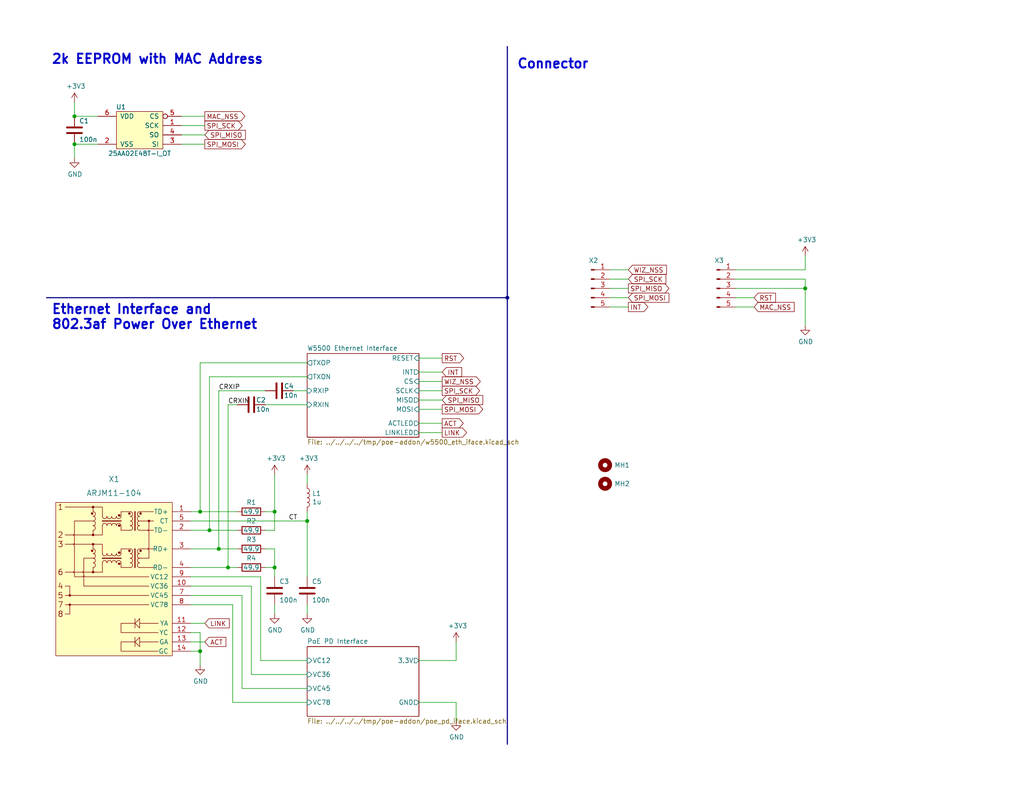
<source format=kicad_sch>
(kicad_sch (version 20230121) (generator eeschema)
  (paper "USLetter")
  (title_block (title "PoE Addon") (date "2022-06-26") (rev "1") (company "Alex Martens"))
  (lib_symbols
    (symbol "Connector:Conn_01x05_Male" (pin_names (offset 1.016) hide)
      (property "Reference" "J" (at 0 7.62 0))
      (property "Value" "Conn_01x05_Male" (at 0 -7.62 0))
      (symbol "Conn_01x05_Male_1_1"
        (polyline (pts (xy 1.27 -5.08) (xy 0.8636 -5.08)) (stroke (width 0.1524)))
        (polyline (pts (xy 1.27 -2.54) (xy 0.8636 -2.54)) (stroke (width 0.1524)))
        (polyline (pts (xy 1.27 0) (xy 0.8636 0)) (stroke (width 0.1524)))
        (polyline (pts (xy 1.27 2.54) (xy 0.8636 2.54)) (stroke (width 0.1524)))
        (polyline (pts (xy 1.27 5.08) (xy 0.8636 5.08)) (stroke (width 0.1524)))
        (rectangle (start 0.8636 -4.953) (end 0 -5.207) (stroke (width 0.1524)) (fill (type outline)))
        (rectangle (start 0.8636 -2.413) (end 0 -2.667) (stroke (width 0.1524)) (fill (type outline)))
        (rectangle (start 0.8636 0.127) (end 0 -0.127) (stroke (width 0.1524)) (fill (type outline)))
        (rectangle (start 0.8636 2.667) (end 0 2.413) (stroke (width 0.1524)) (fill (type outline)))
        (rectangle (start 0.8636 5.207) (end 0 4.953) (stroke (width 0.1524)) (fill (type outline)))
        (pin passive line (at 5.08 5.08 180) (length 3.81) (name "Pin_1") (number "1"))
        (pin passive line (at 5.08 2.54 180) (length 3.81) (name "Pin_2") (number "2"))
        (pin passive line (at 5.08 0 180) (length 3.81) (name "Pin_3") (number "3"))
        (pin passive line (at 5.08 -2.54 180) (length 3.81) (name "Pin_4") (number "4"))
        (pin passive line (at 5.08 -5.08 180) (length 3.81) (name "Pin_5") (number "5"))
      )
    )
    (symbol "Device:C" (pin_numbers hide) (pin_names (offset 0.254))
      (property "Reference" "C" (at 0.635 2.54 0))
      (property "Value" "C" (at 0.635 -2.54 0))
      (symbol "C_0_1"
        (polyline (pts (xy -2.032 -0.762) (xy 2.032 -0.762)) (stroke (width 0.508)))
        (polyline (pts (xy -2.032 0.762) (xy 2.032 0.762)) (stroke (width 0.508)))
      )
      (symbol "C_1_1"
        (pin passive line (at 0 3.81 270) (length 2.794) (name "~") (number "1"))
        (pin passive line (at 0 -3.81 90) (length 2.794) (name "~") (number "2"))
      )
    )
    (symbol "Device:L" (pin_numbers hide) (pin_names (offset 1.016) hide)
      (property "Reference" "L" (at -1.27 0 90))
      (property "Value" "L" (at 1.905 0 90))
      (symbol "L_0_1"
        (arc (start 0 -2.54) (mid 0.6323 -1.905) (end 0 -1.27))
        (arc (start 0 -1.27) (mid 0.6323 -0.635) (end 0 0))
        (arc (start 0 0) (mid 0.6323 0.635) (end 0 1.27))
        (arc (start 0 1.27) (mid 0.6323 1.905) (end 0 2.54))
      )
      (symbol "L_1_1"
        (pin passive line (at 0 3.81 270) (length 1.27) (name "1") (number "1"))
        (pin passive line (at 0 -3.81 90) (length 1.27) (name "2") (number "2"))
      )
    )
    (symbol "Device:R" (pin_numbers hide) (pin_names (offset 0))
      (property "Reference" "R" (at 2.032 0 90))
      (property "Value" "R" (at 0 0 90))
      (symbol "R_0_1"
        (rectangle (start -1.016 -2.54) (end 1.016 2.54) (stroke (width 0.254)))
      )
      (symbol "R_1_1"
        (pin passive line (at 0 3.81 270) (length 1.27) (name "~") (number "1"))
        (pin passive line (at 0 -3.81 90) (length 1.27) (name "~") (number "2"))
      )
    )
    (symbol "Mechanical:MountingHole" (pin_names (offset 1.016))
      (property "Reference" "H" (at 0 5.08 0))
      (property "Value" "MountingHole" (at 0 3.175 0))
      (symbol "MountingHole_0_1"
        (circle (center 0 0) (radius 1.27) (stroke (width 1.27)))
      )
    )
    (symbol "newam:25AA02E48T-I_OT" (pin_names (offset 1.016))
      (property "Reference" "U" (at -5.08 6.35 0))
      (property "Value" "25AA02E48T-I_OT" (at 0 -6.35 0))
      (symbol "25AA02E48T-I_OT_1_1"
        (rectangle (start -6.35 5.08) (end 6.35 -5.08) (fill (type background)))
        (pin input line (at 11.43 1.27 180) (length 5.08) (name "SCK") (number "1"))
        (pin power_in line (at -11.43 -3.81 0) (length 5.08) (name "VSS") (number "2"))
        (pin input line (at 11.43 -3.81 180) (length 5.08) (name "SI") (number "3"))
        (pin output line (at 11.43 -1.27 180) (length 5.08) (name "SO") (number "4"))
        (pin input inverted (at 11.43 3.81 180) (length 5.08) (name "CS") (number "5"))
        (pin power_in line (at -11.43 3.81 0) (length 5.08) (name "VDD") (number "6"))
      )
    )
    (symbol "newam:ARJM11-104" (pin_names (offset 1.016))
      (property "Reference" "X" (at -13.97 21.59 0))
      (property "Value" "ARJM11-104" (at 1.27 -24.13 0))
      (symbol "ARJM11-104_0_0"
        (rectangle (start -15.24 20.32) (end 16.51 -21.59) (fill (type background)))
        (circle (center -11.43 -5.08) (radius 0.254) (fill (type outline)))
        (text "1" (at -13.97 19.05 0) (effects (font (size 1.524 1.524))))
        (text "2" (at -13.97 11.43 0) (effects (font (size 1.524 1.524))))
        (text "3" (at -13.97 8.89 0) (effects (font (size 1.524 1.524))))
        (text "4" (at -13.97 -2.54 0) (effects (font (size 1.524 1.524))))
        (text "5" (at -13.97 -5.08 0) (effects (font (size 1.524 1.524))))
        (text "6" (at -13.97 1.27 0) (effects (font (size 1.524 1.524))))
        (text "7" (at -13.97 -7.62 0) (effects (font (size 1.524 1.524))))
        (text "8" (at -13.97 -10.16 0) (effects (font (size 1.524 1.524))))
      )
      (symbol "ARJM11-104_0_1"
        (circle (center -11.43 -7.62) (radius 0.254) (fill (type outline)))
        (arc (start -10.16 1.524) (mid -10.4129 1.27) (end -10.16 1.016))
        (arc (start -10.16 9.144) (mid -10.4129 8.89) (end -10.16 8.636))
        (arc (start -10.16 11.684) (mid -10.4129 11.43) (end -10.16 11.176))
        (arc (start -7.62 1.524) (mid -7.8729 1.27) (end -7.62 1.016))
        (arc (start -7.366 0) (mid -7.62 0.2529) (end -7.874 0))
        (circle (center -5.334 7.112) (radius 0.254) (fill (type outline)))
        (circle (center -5.334 17.272) (radius 0.254) (fill (type outline)))
        (circle (center -5.08 1.27) (radius 0.254) (fill (type outline)))
        (arc (start -5.08 2.54) (mid -4.4477 3.175) (end -5.08 3.81))
        (arc (start -5.08 3.81) (mid -4.4477 4.445) (end -5.08 5.08))
        (arc (start -5.08 5.08) (mid -4.4477 5.715) (end -5.08 6.35))
        (arc (start -5.08 6.35) (mid -4.4477 6.985) (end -5.08 7.62))
        (circle (center -5.08 8.89) (radius 0.254) (fill (type outline)))
        (circle (center -5.08 11.43) (radius 0.254) (fill (type outline)))
        (arc (start -5.08 12.7) (mid -4.4477 13.335) (end -5.08 13.97))
        (arc (start -5.08 13.97) (mid -4.4477 14.605) (end -5.08 15.24))
        (arc (start -5.08 15.24) (mid -4.4477 15.875) (end -5.08 16.51))
        (arc (start -5.08 16.51) (mid -4.4477 17.145) (end -5.08 17.78))
        (circle (center -5.08 19.05) (radius 0.254) (fill (type outline)))
        (arc (start -2.54 6.35) (mid -1.905 5.7177) (end -1.27 6.35))
        (arc (start -2.54 16.51) (mid -1.905 15.8777) (end -1.27 16.51))
        (arc (start -1.27 3.81) (mid -1.905 4.4423) (end -2.54 3.81))
        (arc (start -1.27 6.35) (mid -0.635 5.7177) (end 0 6.35))
        (arc (start -1.27 13.97) (mid -1.905 14.6023) (end -2.54 13.97))
        (arc (start -1.27 16.51) (mid -0.635 15.8777) (end 0 16.51))
        (polyline (pts (xy -10.16 1.524) (xy -10.16 8.636)))
        (polyline (pts (xy -10.16 9.144) (xy -10.16 11.176)))
        (polyline (pts (xy -10.16 11.684) (xy -10.16 15.24)))
        (polyline (pts (xy -10.16 15.24) (xy -6.35 15.24)))
        (polyline (pts (xy -7.874 0) (xy -9.144 0)))
        (polyline (pts (xy -6.35 15.24) (xy -5.08 15.24)))
        (polyline (pts (xy -5.08 1.27) (xy -12.7 1.27)))
        (polyline (pts (xy -5.08 8.89) (xy -12.7 8.89)))
        (polyline (pts (xy -5.08 11.43) (xy -12.7 11.43)))
        (polyline (pts (xy -5.08 19.05) (xy -12.7 19.05)))
        (polyline (pts (xy -2.54 5.08) (xy 2.54 5.08)) (stroke (width 0.3048)))
        (polyline (pts (xy -2.54 15.24) (xy 2.54 15.24)) (stroke (width 0.3048)))
        (polyline (pts (xy 6.35 -19.05) (xy 6.35 -16.51)))
        (polyline (pts (xy 6.35 -17.78) (xy 7.62 -19.05)))
        (polyline (pts (xy 6.35 -13.97) (xy 6.35 -11.43)))
        (polyline (pts (xy 6.35 -12.7) (xy 7.62 -13.97)))
        (polyline (pts (xy 6.35 7.62) (xy 6.35 2.54)) (stroke (width 0.3048)))
        (polyline (pts (xy 6.35 17.78) (xy 6.35 12.7)) (stroke (width 0.3048)))
        (polyline (pts (xy 7.62 -19.05) (xy 7.62 -16.51)))
        (polyline (pts (xy 7.62 -16.51) (xy 6.35 -17.78)))
        (polyline (pts (xy 7.62 -13.97) (xy 7.62 -11.43)))
        (polyline (pts (xy 7.62 -11.43) (xy 6.35 -12.7)))
        (polyline (pts (xy 7.62 2.54) (xy 11.43 2.54)))
        (polyline (pts (xy 7.62 5.08) (xy 10.16 5.08)))
        (polyline (pts (xy 7.62 7.62) (xy 11.43 7.62)))
        (polyline (pts (xy 7.62 12.7) (xy 11.43 12.7)))
        (polyline (pts (xy 7.62 15.24) (xy 10.16 15.24)))
        (polyline (pts (xy 7.62 17.78) (xy 11.43 17.78)))
        (polyline (pts (xy 10.16 -7.62) (xy -12.7 -7.62)))
        (polyline (pts (xy 10.16 -5.08) (xy -12.7 -5.08)))
        (polyline (pts (xy 10.16 0) (xy -7.366 0)))
        (polyline (pts (xy 10.16 7.366) (xy 10.16 5.08)))
        (polyline (pts (xy 10.16 7.874) (xy 10.16 12.446)))
        (polyline (pts (xy 10.16 15.24) (xy 10.16 12.954)))
        (polyline (pts (xy 10.16 15.24) (xy 11.43 15.24)))
        (polyline (pts (xy 12.7 -17.78) (xy 7.62 -17.78)))
        (polyline (pts (xy 12.7 -12.7) (xy 7.62 -12.7)))
        (polyline (pts (xy -11.43 -7.62) (xy -11.43 -10.16) (xy -12.7 -10.16)))
        (polyline (pts (xy -11.43 -5.08) (xy -11.43 -2.54) (xy -12.7 -2.54)))
        (polyline (pts (xy -9.144 0) (xy -10.16 0) (xy -10.16 1.016)))
        (polyline (pts (xy -5.08 5.08) (xy -7.62 5.08) (xy -7.62 1.524)))
        (polyline (pts (xy 5.08 2.54) (xy 2.54 2.54) (xy 2.54 3.81)))
        (polyline (pts (xy 5.08 7.62) (xy 2.54 7.62) (xy 2.54 6.35)))
        (polyline (pts (xy 5.08 12.7) (xy 2.54 12.7) (xy 2.54 13.97)))
        (polyline (pts (xy 10.16 -2.54) (xy -7.62 -2.54) (xy -7.62 1.016)))
        (polyline (pts (xy -5.08 2.54) (xy -5.08 1.27) (xy -2.54 1.27) (xy -2.54 3.81)))
        (polyline (pts (xy -5.08 7.62) (xy -5.08 8.89) (xy -2.54 8.89) (xy -2.54 6.35)))
        (polyline (pts (xy -5.08 12.7) (xy -5.08 11.43) (xy -2.54 11.43) (xy -2.54 13.97)))
        (polyline (pts (xy -5.08 17.78) (xy -5.08 19.05) (xy -2.54 19.05) (xy -2.54 16.51)))
        (polyline (pts (xy 5.08 17.78) (xy 2.54 17.78) (xy 2.54 16.764) (xy 2.54 16.51)))
        (polyline (pts (xy 6.35 -17.78) (xy 2.54 -17.78) (xy 2.54 -20.32) (xy 12.7 -20.32)))
        (polyline (pts (xy 6.35 -12.7) (xy 2.54 -12.7) (xy 2.54 -15.24) (xy 12.7 -15.24)))
        (arc (start 0 3.81) (mid -0.635 4.4423) (end -1.27 3.81))
        (arc (start 0 6.35) (mid 0.635 5.7177) (end 1.27 6.35))
        (arc (start 0 13.97) (mid -0.635 14.6023) (end -1.27 13.97))
        (arc (start 0 16.51) (mid 0.635 15.8777) (end 1.27 16.51))
        (arc (start 1.27 3.81) (mid 0.635 4.4423) (end 0 3.81))
        (arc (start 1.27 6.35) (mid 1.905 5.7177) (end 2.54 6.35))
        (arc (start 1.27 13.97) (mid 0.635 14.6023) (end 0 13.97))
        (arc (start 1.27 16.51) (mid 1.905 15.8777) (end 2.54 16.51))
        (circle (center 2.032 3.556) (radius 0.254) (fill (type outline)))
        (circle (center 2.032 6.604) (radius 0.254) (fill (type outline)))
        (circle (center 2.032 13.97) (radius 0.254) (fill (type outline)))
        (circle (center 2.032 16.764) (radius 0.254) (fill (type outline)))
        (arc (start 2.54 3.81) (mid 1.905 4.4423) (end 1.27 3.81))
        (arc (start 2.54 13.97) (mid 1.905 14.6023) (end 1.27 13.97))
        (circle (center 4.826 7.112) (radius 0.254) (fill (type outline)))
        (circle (center 4.826 17.272) (radius 0.254) (fill (type outline)))
        (arc (start 5.08 2.54) (mid 5.7123 3.175) (end 5.08 3.81))
        (arc (start 5.08 3.81) (mid 5.7123 4.445) (end 5.08 5.08))
        (arc (start 5.08 5.08) (mid 5.7123 5.715) (end 5.08 6.35))
        (arc (start 5.08 6.35) (mid 5.7123 6.985) (end 5.08 7.62))
        (arc (start 5.08 12.7) (mid 5.7123 13.335) (end 5.08 13.97))
        (arc (start 5.08 13.97) (mid 5.7123 14.605) (end 5.08 15.24))
        (arc (start 5.08 15.24) (mid 5.7123 15.875) (end 5.08 16.51))
        (arc (start 5.08 16.51) (mid 5.7123 17.145) (end 5.08 17.78))
        (arc (start 7.62 3.81) (mid 6.9877 3.175) (end 7.62 2.54))
        (arc (start 7.62 5.08) (mid 6.9877 4.445) (end 7.62 3.81))
        (arc (start 7.62 6.35) (mid 6.9877 5.715) (end 7.62 5.08))
        (arc (start 7.62 7.62) (mid 6.9877 6.985) (end 7.62 6.35))
        (arc (start 7.62 13.97) (mid 6.9877 13.335) (end 7.62 12.7))
        (arc (start 7.62 15.24) (mid 6.9877 14.605) (end 7.62 13.97))
        (arc (start 7.62 16.51) (mid 6.9877 15.875) (end 7.62 15.24))
        (arc (start 7.62 17.78) (mid 6.9877 17.145) (end 7.62 16.51))
        (circle (center 7.874 7.112) (radius 0.254) (fill (type outline)))
        (circle (center 7.874 17.272) (radius 0.254) (fill (type outline)))
        (arc (start 10.16 7.874) (mid 9.9071 7.62) (end 10.16 7.366))
        (arc (start 10.16 12.954) (mid 9.9071 12.7) (end 10.16 12.446))
        (circle (center 10.16 15.24) (radius 0.254) (fill (type outline)))
      )
      (symbol "ARJM11-104_1_1"
        (pin input line (at 21.59 17.78 180) (length 5.08) (name "TD+") (number "1"))
        (pin power_out line (at 21.59 -2.54 180) (length 5.08) (name "VC36") (number "10"))
        (pin input line (at 21.59 -12.7 180) (length 5.08) (name "YA") (number "11"))
        (pin input line (at 21.59 -15.24 180) (length 5.08) (name "YC") (number "12"))
        (pin input line (at 21.59 -17.78 180) (length 5.08) (name "GA") (number "13"))
        (pin input line (at 21.59 -20.32 180) (length 5.08) (name "GC") (number "14"))
        (pin input line (at 21.59 12.7 180) (length 5.08) (name "TD-") (number "2"))
        (pin input line (at 21.59 7.62 180) (length 5.08) (name "RD+") (number "3"))
        (pin input line (at 21.59 2.54 180) (length 5.08) (name "RD-") (number "4"))
        (pin input line (at 21.59 15.24 180) (length 5.08) (name "CT") (number "5"))
        (pin power_out line (at 21.59 -5.08 180) (length 5.08) (name "VC45") (number "7"))
        (pin power_out line (at 21.59 -7.62 180) (length 5.08) (name "VC78") (number "8"))
        (pin power_out line (at 21.59 0 180) (length 5.08) (name "VC12") (number "9"))
      )
    )
    (symbol "power:+3.3V" (power) (pin_names (offset 0))
      (property "Value" "+3.3V" (at 0 3.556 0))
      (symbol "+3.3V_0_1"
        (polyline (pts (xy -0.762 1.27) (xy 0 2.54)))
        (polyline (pts (xy 0 0) (xy 0 2.54)))
        (polyline (pts (xy 0 2.54) (xy 0.762 1.27)))
      )
      (symbol "+3.3V_1_1"
        (pin power_in line (at 0 0 90) (length 0) hide (name "+3V3") (number "1"))
      )
    )
    (symbol "power:+3V3" (power) (pin_names (offset 0))
      (property "Value" "+3V3" (at 0 3.556 0))
      (symbol "+3V3_0_1"
        (polyline (pts (xy -0.762 1.27) (xy 0 2.54)))
        (polyline (pts (xy 0 0) (xy 0 2.54)))
        (polyline (pts (xy 0 2.54) (xy 0.762 1.27)))
      )
      (symbol "+3V3_1_1"
        (pin power_in line (at 0 0 90) (length 0) hide (name "+3V3") (number "1"))
      )
    )
    (symbol "power:GND" (power) (pin_names (offset 0))
      (property "Value" "GND" (at 0 -3.81 0))
      (symbol "GND_0_1"
        (polyline (pts (xy 0 0) (xy 0 -1.27) (xy 1.27 -1.27) (xy 0 -2.54) (xy -1.27 -1.27) (xy 0 -1.27)))
      )
      (symbol "GND_1_1"
        (pin power_in line (at 0 0 270) (length 0) hide (name "GND") (number "1"))
      )
    )
  )
  (junction (at 74.93 154.94))
  (junction (at 54.61 177.8))
  (junction (at 59.69 149.86))
  (junction (at 62.23 154.94))
  (junction (at 54.61 139.7))
  (junction (at 20.32 31.75))
  (junction (at 219.71 78.74))
  (junction (at 83.82 142.24))
  (junction (at 20.32 39.37))
  (junction (at 138.43 81.28))
  (junction (at 57.15 144.78))
  (junction (at 74.93 139.7))
  (wire (pts (xy 114.3 180.34) (xy 124.46 180.34)))
  (wire (pts (xy 52.07 154.94) (xy 62.23 154.94)))
  (wire (pts (xy 49.53 39.37) (xy 55.88 39.37)))
  (wire (pts (xy 72.39 139.7) (xy 74.93 139.7)))
  (wire (pts (xy 200.66 73.66) (xy 219.71 73.66)))
  (wire (pts (xy 20.32 27.94) (xy 20.32 31.75)))
  (bus (pts (xy 138.43 12.7) (xy 138.43 81.28)))
  (wire (pts (xy 74.93 144.78) (xy 74.93 139.7)))
  (wire (pts (xy 20.32 39.37) (xy 20.32 43.18)))
  (wire (pts (xy 26.67 31.75) (xy 20.32 31.75)))
  (wire (pts (xy 54.61 172.72) (xy 54.61 177.8)))
  (wire (pts (xy 83.82 167.64) (xy 83.82 165.1)))
  (wire (pts (xy 80.01 106.68) (xy 83.82 106.68)))
  (wire (pts (xy 26.67 39.37) (xy 20.32 39.37)))
  (wire (pts (xy 72.39 144.78) (xy 74.93 144.78)))
  (wire (pts (xy 52.07 165.1) (xy 63.5 165.1)))
  (wire (pts (xy 52.07 149.86) (xy 59.69 149.86)))
  (wire (pts (xy 52.07 160.02) (xy 68.58 160.02)))
  (wire (pts (xy 166.37 76.2) (xy 171.45 76.2)))
  (wire (pts (xy 57.15 144.78) (xy 64.77 144.78)))
  (wire (pts (xy 120.65 111.76) (xy 114.3 111.76)))
  (wire (pts (xy 120.65 106.68) (xy 114.3 106.68)))
  (wire (pts (xy 74.93 167.64) (xy 74.93 165.1)))
  (wire (pts (xy 68.58 160.02) (xy 68.58 184.15)))
  (wire (pts (xy 83.82 99.06) (xy 54.61 99.06)))
  (wire (pts (xy 66.04 187.96) (xy 83.82 187.96)))
  (wire (pts (xy 52.07 144.78) (xy 57.15 144.78)))
  (wire (pts (xy 124.46 180.34) (xy 124.46 175.26)))
  (wire (pts (xy 114.3 191.77) (xy 124.46 191.77)))
  (bus (pts (xy 12.7 81.28) (xy 138.43 81.28)))
  (wire (pts (xy 83.82 110.49) (xy 72.39 110.49)))
  (wire (pts (xy 72.39 149.86) (xy 74.93 149.86)))
  (wire (pts (xy 52.07 162.56) (xy 66.04 162.56)))
  (wire (pts (xy 166.37 78.74) (xy 171.45 78.74)))
  (wire (pts (xy 66.04 162.56) (xy 66.04 187.96)))
  (wire (pts (xy 83.82 142.24) (xy 83.82 139.7)))
  (wire (pts (xy 83.82 142.24) (xy 83.82 157.48)))
  (wire (pts (xy 54.61 139.7) (xy 64.77 139.7)))
  (wire (pts (xy 59.69 149.86) (xy 64.77 149.86)))
  (wire (pts (xy 71.12 180.34) (xy 83.82 180.34)))
  (wire (pts (xy 57.15 102.87) (xy 83.82 102.87)))
  (wire (pts (xy 52.07 172.72) (xy 54.61 172.72)))
  (wire (pts (xy 200.66 78.74) (xy 219.71 78.74)))
  (wire (pts (xy 166.37 73.66) (xy 171.45 73.66)))
  (wire (pts (xy 166.37 83.82) (xy 171.45 83.82)))
  (wire (pts (xy 83.82 132.08) (xy 83.82 129.54)))
  (wire (pts (xy 114.3 109.22) (xy 120.65 109.22)))
  (wire (pts (xy 200.66 83.82) (xy 205.74 83.82)))
  (wire (pts (xy 52.07 139.7) (xy 54.61 139.7)))
  (wire (pts (xy 54.61 99.06) (xy 54.61 139.7)))
  (wire (pts (xy 219.71 73.66) (xy 219.71 69.85)))
  (wire (pts (xy 200.66 76.2) (xy 219.71 76.2)))
  (wire (pts (xy 219.71 78.74) (xy 219.71 88.9)))
  (wire (pts (xy 114.3 97.79) (xy 120.65 97.79)))
  (wire (pts (xy 219.71 76.2) (xy 219.71 78.74)))
  (wire (pts (xy 74.93 154.94) (xy 74.93 157.48)))
  (wire (pts (xy 52.07 175.26) (xy 55.88 175.26)))
  (wire (pts (xy 57.15 102.87) (xy 57.15 144.78)))
  (wire (pts (xy 63.5 165.1) (xy 63.5 191.77)))
  (wire (pts (xy 114.3 101.6) (xy 120.65 101.6)))
  (wire (pts (xy 74.93 129.54) (xy 74.93 139.7)))
  (wire (pts (xy 54.61 177.8) (xy 54.61 181.61)))
  (wire (pts (xy 62.23 110.49) (xy 64.77 110.49)))
  (wire (pts (xy 49.53 36.83) (xy 55.88 36.83)))
  (wire (pts (xy 63.5 191.77) (xy 83.82 191.77)))
  (wire (pts (xy 59.69 106.68) (xy 59.69 149.86)))
  (wire (pts (xy 74.93 149.86) (xy 74.93 154.94)))
  (wire (pts (xy 52.07 170.18) (xy 55.88 170.18)))
  (wire (pts (xy 49.53 31.75) (xy 55.88 31.75)))
  (wire (pts (xy 71.12 157.48) (xy 71.12 180.34)))
  (wire (pts (xy 114.3 104.14) (xy 120.65 104.14)))
  (wire (pts (xy 114.3 115.57) (xy 120.65 115.57)))
  (wire (pts (xy 72.39 154.94) (xy 74.93 154.94)))
  (wire (pts (xy 62.23 110.49) (xy 62.23 154.94)))
  (wire (pts (xy 166.37 81.28) (xy 171.45 81.28)))
  (wire (pts (xy 114.3 118.11) (xy 120.65 118.11)))
  (wire (pts (xy 52.07 177.8) (xy 54.61 177.8)))
  (wire (pts (xy 62.23 154.94) (xy 64.77 154.94)))
  (wire (pts (xy 52.07 157.48) (xy 71.12 157.48)))
  (wire (pts (xy 59.69 106.68) (xy 72.39 106.68)))
  (bus (pts (xy 138.43 81.28) (xy 138.43 203.2)))
  (wire (pts (xy 49.53 34.29) (xy 55.88 34.29)))
  (wire (pts (xy 200.66 81.28) (xy 205.74 81.28)))
  (wire (pts (xy 124.46 191.77) (xy 124.46 196.85)))
  (wire (pts (xy 68.58 184.15) (xy 83.82 184.15)))
  (wire (pts (xy 52.07 142.24) (xy 83.82 142.24)))
  (text "2k EEPROM with MAC Address" (at 13.97 17.78 0) (effects (font (size 2.54 2.54) (thickness 0.508) bold) (justify left bottom)))
  (text "Connector" (at 140.97 19.05 0) (effects (font (size 2.54 2.54) (thickness 0.508) bold) (justify left bottom)))
  (text "Ethernet Interface and\n802.3af Power Over Ethernet" (at 13.97 90.17 0) (effects (font (size 2.54 2.54) (thickness 0.508) bold) (justify left bottom)))
  (label "CRXIN" (at 62.23 110.49 0))
  (label "CRXIP" (at 59.69 106.68 0))
  (label "CT" (at 78.74 142.24 0))
  (global_label "LINK" (shape input) (at 55.88 170.18 0) (property "Intersheetrefs" "${INTERSHEET_REFS}" (effects hide)))
  (global_label "SPI_MISO" (shape input) (at 55.88 36.83 0) (property "Intersheetrefs" "${INTERSHEET_REFS}" (effects hide)))
  (global_label "RST" (shape input) (at 205.74 81.28 0) (property "Intersheetrefs" "${INTERSHEET_REFS}" (effects hide)))
  (global_label "WIZ_NSS" (shape output) (at 120.65 104.14 0) (property "Intersheetrefs" "${INTERSHEET_REFS}" (effects hide)))
  (global_label "ACT" (shape output) (at 120.65 115.57 0) (property "Intersheetrefs" "${INTERSHEET_REFS}" (effects hide)))
  (global_label "INT" (shape input) (at 120.65 101.6 0) (property "Intersheetrefs" "${INTERSHEET_REFS}" (effects hide)))
  (global_label "SPI_SCK" (shape input) (at 171.45 76.2 0) (property "Intersheetrefs" "${INTERSHEET_REFS}" (effects hide)))
  (global_label "SPI_MISO" (shape input) (at 120.65 109.22 0) (property "Intersheetrefs" "${INTERSHEET_REFS}" (effects hide)))
  (global_label "MAC_NSS" (shape input) (at 205.74 83.82 0) (property "Intersheetrefs" "${INTERSHEET_REFS}" (effects hide)))
  (global_label "WIZ_NSS" (shape input) (at 171.45 73.66 0) (property "Intersheetrefs" "${INTERSHEET_REFS}" (effects hide)))
  (global_label "LINK" (shape output) (at 120.65 118.11 0) (property "Intersheetrefs" "${INTERSHEET_REFS}" (effects hide)))
  (global_label "ACT" (shape input) (at 55.88 175.26 0) (property "Intersheetrefs" "${INTERSHEET_REFS}" (effects hide)))
  (global_label "SPI_SCK" (shape output) (at 55.88 34.29 0) (property "Intersheetrefs" "${INTERSHEET_REFS}" (effects hide)))
  (global_label "SPI_MOSI" (shape output) (at 55.88 39.37 0) (property "Intersheetrefs" "${INTERSHEET_REFS}" (effects hide)))
  (global_label "SPI_MOSI" (shape output) (at 120.65 111.76 0) (property "Intersheetrefs" "${INTERSHEET_REFS}" (effects hide)))
  (global_label "MAC_NSS" (shape output) (at 55.88 31.75 0) (property "Intersheetrefs" "${INTERSHEET_REFS}" (effects hide)))
  (global_label "SPI_MISO" (shape output) (at 171.45 78.74 0) (property "Intersheetrefs" "${INTERSHEET_REFS}" (effects hide)))
  (global_label "SPI_MOSI" (shape input) (at 171.45 81.28 0) (property "Intersheetrefs" "${INTERSHEET_REFS}" (effects hide)))
  (global_label "INT" (shape output) (at 171.45 83.82 0) (property "Intersheetrefs" "${INTERSHEET_REFS}" (effects hide)))
  (global_label "SPI_SCK" (shape output) (at 120.65 106.68 0) (property "Intersheetrefs" "${INTERSHEET_REFS}" (effects hide)))
  (global_label "RST" (shape output) (at 120.65 97.79 0) (property "Intersheetrefs" "${INTERSHEET_REFS}" (effects hide)))
  (symbol (lib_id "Device:C") (at 68.58 110.49 270) (unit 1)
    (property "Reference" "C2" (at 69.85 109.22 90) (effects (justify left)))
    (property "Value" "10n" (at 69.85 111.76 90) (effects (justify left)))
    (property "Footprint" "Capacitor_SMD:C_0603_1608Metric" (effects hide))
    (property "DigiKey Part Number" "1276-1009-1-ND" (effects hide))
    (property "Tolerance" "10%" (effects hide))
    (property "Voltage" "50V" (effects hide))
    (property "LCSC" "C57112" (effects hide))
  )
  (symbol (lib_id "Device:R") (at 68.58 139.7 270) (unit 1)
    (property "Reference" "R1" (at 68.58 137.16 90))
    (property "Value" "49.9" (at 68.58 139.7 90))
    (property "Footprint" "Resistor_SMD:R_0805_2012Metric" (effects hide))
    (property "DigiKey Part Number" "RNCP0805FTD49R9CT-ND" (effects hide))
    (property "Tolerance" "1%" (effects hide))
    (property "Watts" "0.25" (effects hide))
    (property "LCSC" "C844569" (effects hide))
  )
  (symbol (lib_id "Device:C") (at 74.93 161.29 0) (unit 1)
    (property "Reference" "C3" (at 76.2 158.75 0) (effects (justify left)))
    (property "Value" "100n" (at 76.2 163.83 0) (effects (justify left)))
    (property "Footprint" "Capacitor_SMD:C_0603_1608Metric" (effects hide))
    (property "DigiKey Part Number" "1276-1005-1-ND" (effects hide))
    (property "Tolerance" "10%" (effects hide))
    (property "Voltage" "16" (effects hide))
    (property "LCSC" "C14663" (effects hide))
  )
  (symbol (lib_id "Device:R") (at 68.58 144.78 270) (unit 1)
    (property "Reference" "R2" (at 68.58 142.24 90))
    (property "Value" "49.9" (at 68.58 144.78 90))
    (property "Footprint" "Resistor_SMD:R_0805_2012Metric" (effects hide))
    (property "DigiKey Part Number" "RNCP0805FTD49R9CT-ND" (effects hide))
    (property "Tolerance" "1%" (effects hide))
    (property "Watts" "0.25" (effects hide))
    (property "LCSC" "C844569" (effects hide))
  )
  (symbol (lib_id "Device:R") (at 68.58 149.86 270) (unit 1)
    (property "Reference" "R3" (at 68.58 147.32 90))
    (property "Value" "49.9" (at 68.58 149.86 90))
    (property "Footprint" "Resistor_SMD:R_0805_2012Metric" (effects hide))
    (property "DigiKey Part Number" "RNCP0805FTD49R9CT-ND" (effects hide))
    (property "Tolerance" "1%" (effects hide))
    (property "Watts" "0.25" (effects hide))
    (property "LCSC" "C844569" (effects hide))
  )
  (symbol (lib_id "Device:R") (at 68.58 154.94 270) (unit 1)
    (property "Reference" "R4" (at 68.58 152.4 90))
    (property "Value" "49.9" (at 68.58 154.94 90))
    (property "Footprint" "Resistor_SMD:R_0805_2012Metric" (effects hide))
    (property "DigiKey Part Number" "RNCP0805FTD49R9CT-ND" (effects hide))
    (property "Tolerance" "1%" (effects hide))
    (property "Watts" "0.25" (effects hide))
    (property "LCSC" "C844569" (effects hide))
  )
  (symbol (lib_id "Device:C") (at 76.2 106.68 270) (unit 1)
    (property "Reference" "C4" (at 77.47 105.41 90) (effects (justify left)))
    (property "Value" "10n" (at 77.47 107.95 90) (effects (justify left)))
    (property "Footprint" "Capacitor_SMD:C_0603_1608Metric" (effects hide))
    (property "DigiKey Part Number" "1276-1009-1-ND" (effects hide))
    (property "Tolerance" "10%" (effects hide))
    (property "Voltage" "50V" (effects hide))
    (property "LCSC" "C57112" (effects hide))
  )
  (symbol (lib_id "power:GND") (at 74.93 167.64 0) (unit 1)
    (property "Reference" "#PWR05" (effects hide))
    (property "Value" "GND" (at 75.057 172.0342 0))
  )
  (symbol (lib_id "power:+3V3") (at 74.93 129.54 0) (unit 1)
    (property "Reference" "#PWR04" (effects hide))
    (property "Value" "+3V3" (at 75.311 125.1458 0))
  )
  (symbol (lib_id "power:GND") (at 83.82 167.64 0) (unit 1)
    (property "Reference" "#PWR07" (effects hide))
    (property "Value" "GND" (at 83.947 172.0342 0))
  )
  (symbol (lib_id "Device:L") (at 83.82 135.89 0) (unit 1)
    (property "Reference" "L1" (at 85.1662 134.7216 0) (effects (justify left)))
    (property "Value" "1u" (at 85.1662 137.033 0) (effects (justify left)))
    (property "Footprint" "Inductor_SMD:L_0603_1608Metric" (effects hide))
    (property "DigiKey Part Number" "445-3163-1-ND" (effects hide))
    (property "Tolerance" "20%" (effects hide))
    (property "Amps" "600m" (effects hide))
    (property "LCSC" "C1034" (effects hide))
  )
  (symbol (lib_id "power:+3V3") (at 83.82 129.54 0) (unit 1)
    (property "Reference" "#PWR06" (effects hide))
    (property "Value" "+3V3" (at 84.201 125.1458 0))
  )
  (symbol (lib_id "power:GND") (at 124.46 196.85 0) (unit 1)
    (property "Reference" "#PWR09" (effects hide))
    (property "Value" "GND" (at 124.587 201.2442 0))
  )
  (symbol (lib_id "power:+3.3V") (at 124.46 175.26 0) (unit 1)
    (property "Reference" "#PWR08" (effects hide))
    (property "Value" "+3.3V" (at 124.841 170.8658 0))
  )
  (symbol (lib_id "Device:C") (at 83.82 161.29 0) (unit 1)
    (property "Reference" "C5" (at 85.09 158.75 0) (effects (justify left)))
    (property "Value" "100n" (at 85.09 163.83 0) (effects (justify left)))
    (property "Footprint" "Capacitor_SMD:C_0603_1608Metric" (effects hide))
    (property "DigiKey Part Number" "1276-1005-1-ND" (effects hide))
    (property "Tolerance" "10%" (effects hide))
    (property "Voltage" "16" (effects hide))
    (property "LCSC" "C14663" (effects hide))
  )
  (symbol (lib_id "newam:25AA02E48T-I_OT") (at 38.1 35.56 0) (unit 1)
    (property "Reference" "U1" (at 33.02 29.21 0))
    (property "Value" "25AA02E48T-I_OT" (at 38.1 41.91 0))
    (property "Footprint" "Package_TO_SOT_SMD:SOT-23-6" (effects hide))
    (property "Datasheet" "http://ww1.microchip.com/downloads/en/DeviceDoc/25AA02E48-25AA02E64-2K-SPI-Bus-Serial-EEPROM-Data%20Sheet_DS20002123G.pdf" (effects hide))
    (property "DigiKey Part Number" "25AA02E48T-I/OT" (effects hide))
    (property "LCSC" "C145570" (effects hide))
  )
  (symbol (lib_id "Device:C") (at 20.32 35.56 0) (unit 1)
    (property "Reference" "C1" (at 21.59 33.02 0) (effects (justify left)))
    (property "Value" "100n" (at 21.59 38.1 0) (effects (justify left)))
    (property "Footprint" "Capacitor_SMD:C_0603_1608Metric" (effects hide))
    (property "DigiKey Part Number" "1276-1005-1-ND" (effects hide))
    (property "Tolerance" "10%" (effects hide))
    (property "Voltage" "16" (effects hide))
    (property "LCSC" "C14663" (effects hide))
  )
  (symbol (lib_id "power:GND") (at 20.32 43.18 0) (unit 1)
    (property "Reference" "#PWR02" (effects hide))
    (property "Value" "GND" (at 20.447 47.5742 0))
  )
  (symbol (lib_id "power:+3V3") (at 20.32 27.94 0) (unit 1)
    (property "Reference" "#PWR01" (effects hide))
    (property "Value" "+3V3" (at 20.701 23.5458 0))
  )
  (symbol (lib_id "newam:ARJM11-104") (at 30.48 157.48 0) (unit 1)
    (property "Reference" "X1" (at 31.115 130.81 0) (effects (font (size 1.524 1.524))))
    (property "Value" "ARJM11-104" (at 31.115 134.62 0) (effects (font (size 1.524 1.524))))
    (property "Footprint" "newam:ARJM11D7-104-AB-EW2" (effects hide))
    (property "Datasheet" "https://abracon.com/Magnetics/ARJM11.pdf" (effects hide))
    (property "DigiKey Part Number" "535-14150-ND" (effects hide))
  )
  (symbol (lib_id "Mechanical:MountingHole") (at 165.1 127 0) (unit 1)
    (property "Reference" "MH1" (at 167.64 127 0) (effects (justify left)))
    (property "Value" "MountingHole" (effects hide))
    (property "Footprint" "MountingHole:MountingHole_3.2mm_M3" (effects hide))
  )
  (symbol (lib_id "power:GND") (at 54.61 181.61 0) (unit 1)
    (property "Reference" "#PWR03" (effects hide))
    (property "Value" "GND" (at 54.737 186.0042 0))
  )
  (symbol (lib_id "Connector:Conn_01x05_Male") (at 161.29 78.74 0) (unit 1)
    (property "Reference" "X2" (at 161.925 71.12 0))
    (property "Value" "Conn_01x05_Male" (effects hide))
    (property "Footprint" "Connector_PinHeader_2.54mm:PinHeader_1x05_P2.54mm_Vertical" (effects hide))
  )
  (symbol (lib_id "power:GND") (at 219.71 88.9 0) (unit 1)
    (property "Reference" "#PWR011" (effects hide))
    (property "Value" "GND" (at 219.837 93.2942 0))
  )
  (symbol (lib_id "Mechanical:MountingHole") (at 165.1 132.08 0) (unit 1)
    (property "Reference" "MH2" (at 167.64 132.08 0) (effects (justify left)))
    (property "Value" "MountingHole" (effects hide))
    (property "Footprint" "MountingHole:MountingHole_3.2mm_M3" (effects hide))
  )
  (symbol (lib_id "power:+3V3") (at 219.71 69.85 0) (unit 1)
    (property "Reference" "#PWR010" (effects hide))
    (property "Value" "+3V3" (at 220.091 65.4558 0))
  )
  (symbol (lib_id "Connector:Conn_01x05_Male") (at 195.58 78.74 0) (unit 1)
    (property "Reference" "X3" (at 196.215 71.12 0))
    (property "Value" "Conn_01x05_Male" (effects hide))
    (property "Footprint" "Connector_PinHeader_2.54mm:PinHeader_1x05_P2.54mm_Vertical" (effects hide))
  )
  (sheet (at 83.82 176.53) (size 30.48 19.05)
    (property "Sheetname" "PoE PD Interface" (at 83.82 175.8184 0) (effects (justify left bottom)))
    (property "Sheetfile" "../../../../tmp/poe-addon/poe_pd_iface.kicad_sch" (at 83.82 196.1646 0) (effects (justify left top)))
    (pin "VC12" input (at 83.82 180.34 180))
    (pin "VC36" input (at 83.82 184.15 180))
    (pin "VC45" input (at 83.82 187.96 180))
    (pin "VC78" input (at 83.82 191.77 180))
    (pin "GND" output (at 114.3 191.77 0))
    (pin "3.3V" output (at 114.3 180.34 0))
  )
  (sheet (at 83.82 96.52) (size 30.48 22.86)
    (property "Sheetname" "W5500 Ethernet Interface" (at 83.82 95.8084 0) (effects (justify left bottom)))
    (property "Sheetfile" "../../../../tmp/poe-addon/w5500_eth_iface.kicad_sch" (at 83.82 119.9646 0) (effects (justify left top)))
    (pin "CS" input (at 114.3 104.14 0))
    (pin "MISO" output (at 114.3 109.22 0))
    (pin "MOSI" input (at 114.3 111.76 0))
    (pin "SCLK" input (at 114.3 106.68 0))
    (pin "RESET" input (at 114.3 97.79 0))
    (pin "RXIP" input (at 83.82 106.68 180))
    (pin "RXIN" input (at 83.82 110.49 180))
    (pin "TXOP" output (at 83.82 99.06 180))
    (pin "TXON" output (at 83.82 102.87 180))
    (pin "INT" output (at 114.3 101.6 0))
    (pin "ACTLED" output (at 114.3 115.57 0))
    (pin "LINKLED" output (at 114.3 118.11 0))
  )
)
</source>
